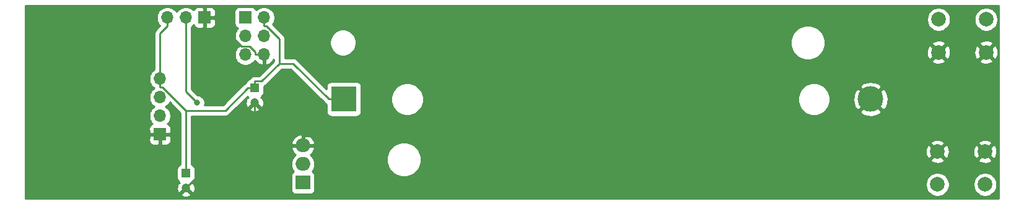
<source format=gbr>
%TF.GenerationSoftware,KiCad,Pcbnew,(5.1.9)-1*%
%TF.CreationDate,2021-03-29T21:17:45+02:00*%
%TF.ProjectId,ESP_Windowsensor,4553505f-5769-46e6-946f-7773656e736f,rev?*%
%TF.SameCoordinates,Original*%
%TF.FileFunction,Copper,L2,Bot*%
%TF.FilePolarity,Positive*%
%FSLAX46Y46*%
G04 Gerber Fmt 4.6, Leading zero omitted, Abs format (unit mm)*
G04 Created by KiCad (PCBNEW (5.1.9)-1) date 2021-03-29 21:17:45*
%MOMM*%
%LPD*%
G01*
G04 APERTURE LIST*
%TA.AperFunction,ComponentPad*%
%ADD10C,2.000000*%
%TD*%
%TA.AperFunction,ComponentPad*%
%ADD11O,1.700000X1.700000*%
%TD*%
%TA.AperFunction,ComponentPad*%
%ADD12R,1.700000X1.700000*%
%TD*%
%TA.AperFunction,ComponentPad*%
%ADD13C,1.200000*%
%TD*%
%TA.AperFunction,ComponentPad*%
%ADD14R,1.200000X1.200000*%
%TD*%
%TA.AperFunction,ComponentPad*%
%ADD15O,2.000000X1.905000*%
%TD*%
%TA.AperFunction,ComponentPad*%
%ADD16R,2.000000X1.905000*%
%TD*%
%TA.AperFunction,ComponentPad*%
%ADD17R,3.500000X3.500000*%
%TD*%
%TA.AperFunction,ComponentPad*%
%ADD18C,3.500000*%
%TD*%
%TA.AperFunction,ViaPad*%
%ADD19C,0.800000*%
%TD*%
%TA.AperFunction,Conductor*%
%ADD20C,0.250000*%
%TD*%
%TA.AperFunction,Conductor*%
%ADD21C,0.254000*%
%TD*%
%TA.AperFunction,Conductor*%
%ADD22C,0.100000*%
%TD*%
G04 APERTURE END LIST*
D10*
%TO.P,SW3,1*%
%TO.N,ESP_BOOT*%
X174856000Y-87122000D03*
%TO.P,SW3,2*%
%TO.N,GND*%
X174856000Y-82622000D03*
%TO.P,SW3,1*%
%TO.N,ESP_BOOT*%
X181356000Y-87122000D03*
%TO.P,SW3,2*%
%TO.N,GND*%
X181356000Y-82622000D03*
%TD*%
%TO.P,SW2,1*%
%TO.N,ESP_RST*%
X181506000Y-64516000D03*
%TO.P,SW2,2*%
%TO.N,GND*%
X181506000Y-69016000D03*
%TO.P,SW2,1*%
%TO.N,ESP_RST*%
X175006000Y-64516000D03*
%TO.P,SW2,2*%
%TO.N,GND*%
X175006000Y-69016000D03*
%TD*%
D11*
%TO.P,J2,4*%
%TO.N,+BATT*%
X68580000Y-72644000D03*
%TO.P,J2,3*%
%TO.N,RX*%
X68580000Y-75184000D03*
%TO.P,J2,2*%
%TO.N,TX*%
X68580000Y-77724000D03*
D12*
%TO.P,J2,1*%
%TO.N,GND*%
X68580000Y-80264000D03*
%TD*%
D13*
%TO.P,C2,2*%
%TO.N,GND*%
X81534000Y-75914000D03*
D14*
%TO.P,C2,1*%
%TO.N,+BATT*%
X81534000Y-73914000D03*
%TD*%
D13*
%TO.P,C1,2*%
%TO.N,GND*%
X72136000Y-87598000D03*
D14*
%TO.P,C1,1*%
%TO.N,+BATT*%
X72136000Y-85598000D03*
%TD*%
D11*
%TO.P,J1,6*%
%TO.N,GND*%
X82804000Y-69342000D03*
%TO.P,J1,5*%
%TO.N,ISP_RST*%
X80264000Y-69342000D03*
%TO.P,J1,4*%
%TO.N,ISP_MOSI*%
X82804000Y-66802000D03*
%TO.P,J1,3*%
%TO.N,ISP_SCK*%
X80264000Y-66802000D03*
%TO.P,J1,2*%
%TO.N,+BATT*%
X82804000Y-64262000D03*
D12*
%TO.P,J1,1*%
%TO.N,ISP_MISO*%
X80264000Y-64262000D03*
%TD*%
D15*
%TO.P,Q2,3*%
%TO.N,GND*%
X88138000Y-81788000D03*
%TO.P,Q2,2*%
%TO.N,Net-(IC2-Pad9)*%
X88138000Y-84328000D03*
D16*
%TO.P,Q2,1*%
%TO.N,ESP_ON*%
X88138000Y-86868000D03*
%TD*%
D17*
%TO.P,BT2,1*%
%TO.N,+BATT*%
X93726000Y-75438000D03*
D18*
%TO.P,BT2,2*%
%TO.N,GND*%
X165726000Y-75438000D03*
%TD*%
D11*
%TO.P,SW1,3*%
%TO.N,+BATT*%
X69596000Y-64262000D03*
%TO.P,SW1,2*%
%TO.N,SENSOR*%
X72136000Y-64262000D03*
D12*
%TO.P,SW1,1*%
%TO.N,GND*%
X74676000Y-64262000D03*
%TD*%
D19*
%TO.N,SENSOR*%
X73693000Y-75911200D03*
%TD*%
D20*
%TO.N,GND*%
X165726000Y-75438000D02*
X160653800Y-80510200D01*
X160653800Y-80510200D02*
X88138000Y-80510200D01*
X88138000Y-81788000D02*
X88138000Y-80510200D01*
X81628700Y-69342000D02*
X81628700Y-68974600D01*
X81628700Y-68974600D02*
X80820800Y-68166700D01*
X80820800Y-68166700D02*
X79756000Y-68166700D01*
X79756000Y-68166700D02*
X75851300Y-64262000D01*
X82804000Y-69342000D02*
X81628700Y-69342000D01*
X74676000Y-64262000D02*
X75851300Y-64262000D01*
X81534000Y-75914000D02*
X81534000Y-78200000D01*
X81534000Y-78200000D02*
X72136000Y-87598000D01*
%TO.N,+BATT*%
X69596000Y-64262000D02*
X69596000Y-65437300D01*
X82804000Y-64262000D02*
X82804000Y-65437300D01*
X93726000Y-75438000D02*
X91650700Y-75438000D01*
X84904600Y-70543400D02*
X82459300Y-72988700D01*
X82459300Y-72988700D02*
X81534000Y-72988700D01*
X91650700Y-75438000D02*
X86756100Y-70543400D01*
X86756100Y-70543400D02*
X84904600Y-70543400D01*
X84904600Y-70543400D02*
X84904600Y-67170500D01*
X84904600Y-67170500D02*
X83171400Y-65437300D01*
X83171400Y-65437300D02*
X82804000Y-65437300D01*
X81534000Y-73914000D02*
X81534000Y-72988700D01*
X72136000Y-85598000D02*
X72136000Y-84672700D01*
X68580000Y-72644000D02*
X68580000Y-66453300D01*
X68580000Y-66453300D02*
X69596000Y-65437300D01*
X68580000Y-72644000D02*
X68580000Y-73819300D01*
X72136000Y-77008000D02*
X77514700Y-77008000D01*
X77514700Y-77008000D02*
X80608700Y-73914000D01*
X68580000Y-73819300D02*
X68947300Y-73819300D01*
X68947300Y-73819300D02*
X72136000Y-77008000D01*
X72136000Y-77008000D02*
X72136000Y-84672700D01*
X81534000Y-73914000D02*
X80608700Y-73914000D01*
%TO.N,SENSOR*%
X72136000Y-64262000D02*
X72136000Y-65437300D01*
X72136000Y-65437300D02*
X72136000Y-74354200D01*
X72136000Y-74354200D02*
X73693000Y-75911200D01*
%TD*%
D21*
%TO.N,GND*%
X183236001Y-89002000D02*
X50190000Y-89002000D01*
X50190000Y-88447764D01*
X71465841Y-88447764D01*
X71513148Y-88671348D01*
X71734516Y-88772237D01*
X71971313Y-88828000D01*
X72214438Y-88836495D01*
X72454549Y-88797395D01*
X72682418Y-88712202D01*
X72758852Y-88671348D01*
X72806159Y-88447764D01*
X72136000Y-87777605D01*
X71465841Y-88447764D01*
X50190000Y-88447764D01*
X50190000Y-81114000D01*
X67091928Y-81114000D01*
X67104188Y-81238482D01*
X67140498Y-81358180D01*
X67199463Y-81468494D01*
X67278815Y-81565185D01*
X67375506Y-81644537D01*
X67485820Y-81703502D01*
X67605518Y-81739812D01*
X67730000Y-81752072D01*
X68294250Y-81749000D01*
X68453000Y-81590250D01*
X68453000Y-80391000D01*
X68707000Y-80391000D01*
X68707000Y-81590250D01*
X68865750Y-81749000D01*
X69430000Y-81752072D01*
X69554482Y-81739812D01*
X69674180Y-81703502D01*
X69784494Y-81644537D01*
X69881185Y-81565185D01*
X69960537Y-81468494D01*
X70019502Y-81358180D01*
X70055812Y-81238482D01*
X70068072Y-81114000D01*
X70065000Y-80549750D01*
X69906250Y-80391000D01*
X68707000Y-80391000D01*
X68453000Y-80391000D01*
X67253750Y-80391000D01*
X67095000Y-80549750D01*
X67091928Y-81114000D01*
X50190000Y-81114000D01*
X50190000Y-79414000D01*
X67091928Y-79414000D01*
X67095000Y-79978250D01*
X67253750Y-80137000D01*
X68453000Y-80137000D01*
X68453000Y-80117000D01*
X68707000Y-80117000D01*
X68707000Y-80137000D01*
X69906250Y-80137000D01*
X70065000Y-79978250D01*
X70068072Y-79414000D01*
X70055812Y-79289518D01*
X70019502Y-79169820D01*
X69960537Y-79059506D01*
X69881185Y-78962815D01*
X69784494Y-78883463D01*
X69674180Y-78824498D01*
X69601620Y-78802487D01*
X69733475Y-78670632D01*
X69895990Y-78427411D01*
X70007932Y-78157158D01*
X70065000Y-77870260D01*
X70065000Y-77577740D01*
X70007932Y-77290842D01*
X69895990Y-77020589D01*
X69733475Y-76777368D01*
X69526632Y-76570525D01*
X69352240Y-76454000D01*
X69526632Y-76337475D01*
X69733475Y-76130632D01*
X69895990Y-75887411D01*
X69909059Y-75855860D01*
X71376000Y-77322802D01*
X71376001Y-84382962D01*
X71291820Y-84408498D01*
X71181506Y-84467463D01*
X71084815Y-84546815D01*
X71005463Y-84643506D01*
X70946498Y-84753820D01*
X70910188Y-84873518D01*
X70897928Y-84998000D01*
X70897928Y-86198000D01*
X70910188Y-86322482D01*
X70946498Y-86442180D01*
X71005463Y-86552494D01*
X71084815Y-86649185D01*
X71181506Y-86728537D01*
X71227006Y-86752858D01*
X71169128Y-86810736D01*
X71286234Y-86927842D01*
X71062652Y-86975148D01*
X70961763Y-87196516D01*
X70906000Y-87433313D01*
X70897505Y-87676438D01*
X70936605Y-87916549D01*
X71021798Y-88144418D01*
X71062652Y-88220852D01*
X71286236Y-88268159D01*
X71956395Y-87598000D01*
X71942253Y-87583858D01*
X72121858Y-87404253D01*
X72136000Y-87418395D01*
X72150143Y-87404253D01*
X72329748Y-87583858D01*
X72315605Y-87598000D01*
X72985764Y-88268159D01*
X73209348Y-88220852D01*
X73310237Y-87999484D01*
X73366000Y-87762687D01*
X73374495Y-87519562D01*
X73335395Y-87279451D01*
X73250202Y-87051582D01*
X73209348Y-86975148D01*
X72985766Y-86927842D01*
X73102872Y-86810736D01*
X73044994Y-86752858D01*
X73090494Y-86728537D01*
X73187185Y-86649185D01*
X73266537Y-86552494D01*
X73325502Y-86442180D01*
X73361812Y-86322482D01*
X73374072Y-86198000D01*
X73374072Y-84998000D01*
X73361812Y-84873518D01*
X73325502Y-84753820D01*
X73266537Y-84643506D01*
X73187185Y-84546815D01*
X73090494Y-84467463D01*
X72980180Y-84408498D01*
X72896000Y-84382962D01*
X72896000Y-84328000D01*
X86495319Y-84328000D01*
X86525970Y-84639204D01*
X86616745Y-84938449D01*
X86764155Y-85214235D01*
X86867446Y-85340095D01*
X86783506Y-85384963D01*
X86686815Y-85464315D01*
X86607463Y-85561006D01*
X86548498Y-85671320D01*
X86512188Y-85791018D01*
X86499928Y-85915500D01*
X86499928Y-87820500D01*
X86512188Y-87944982D01*
X86548498Y-88064680D01*
X86607463Y-88174994D01*
X86686815Y-88271685D01*
X86783506Y-88351037D01*
X86893820Y-88410002D01*
X87013518Y-88446312D01*
X87138000Y-88458572D01*
X89138000Y-88458572D01*
X89262482Y-88446312D01*
X89382180Y-88410002D01*
X89492494Y-88351037D01*
X89589185Y-88271685D01*
X89668537Y-88174994D01*
X89727502Y-88064680D01*
X89763812Y-87944982D01*
X89776072Y-87820500D01*
X89776072Y-86960967D01*
X173221000Y-86960967D01*
X173221000Y-87283033D01*
X173283832Y-87598912D01*
X173407082Y-87896463D01*
X173586013Y-88164252D01*
X173813748Y-88391987D01*
X174081537Y-88570918D01*
X174379088Y-88694168D01*
X174694967Y-88757000D01*
X175017033Y-88757000D01*
X175332912Y-88694168D01*
X175630463Y-88570918D01*
X175898252Y-88391987D01*
X176125987Y-88164252D01*
X176304918Y-87896463D01*
X176428168Y-87598912D01*
X176491000Y-87283033D01*
X176491000Y-86960967D01*
X179721000Y-86960967D01*
X179721000Y-87283033D01*
X179783832Y-87598912D01*
X179907082Y-87896463D01*
X180086013Y-88164252D01*
X180313748Y-88391987D01*
X180581537Y-88570918D01*
X180879088Y-88694168D01*
X181194967Y-88757000D01*
X181517033Y-88757000D01*
X181832912Y-88694168D01*
X182130463Y-88570918D01*
X182398252Y-88391987D01*
X182625987Y-88164252D01*
X182804918Y-87896463D01*
X182928168Y-87598912D01*
X182991000Y-87283033D01*
X182991000Y-86960967D01*
X182928168Y-86645088D01*
X182804918Y-86347537D01*
X182625987Y-86079748D01*
X182398252Y-85852013D01*
X182130463Y-85673082D01*
X181832912Y-85549832D01*
X181517033Y-85487000D01*
X181194967Y-85487000D01*
X180879088Y-85549832D01*
X180581537Y-85673082D01*
X180313748Y-85852013D01*
X180086013Y-86079748D01*
X179907082Y-86347537D01*
X179783832Y-86645088D01*
X179721000Y-86960967D01*
X176491000Y-86960967D01*
X176428168Y-86645088D01*
X176304918Y-86347537D01*
X176125987Y-86079748D01*
X175898252Y-85852013D01*
X175630463Y-85673082D01*
X175332912Y-85549832D01*
X175017033Y-85487000D01*
X174694967Y-85487000D01*
X174379088Y-85549832D01*
X174081537Y-85673082D01*
X173813748Y-85852013D01*
X173586013Y-86079748D01*
X173407082Y-86347537D01*
X173283832Y-86645088D01*
X173221000Y-86960967D01*
X89776072Y-86960967D01*
X89776072Y-85915500D01*
X89763812Y-85791018D01*
X89727502Y-85671320D01*
X89668537Y-85561006D01*
X89589185Y-85464315D01*
X89492494Y-85384963D01*
X89408554Y-85340095D01*
X89511845Y-85214235D01*
X89659255Y-84938449D01*
X89750030Y-84639204D01*
X89780681Y-84328000D01*
X89750030Y-84016796D01*
X89659255Y-83717551D01*
X89521357Y-83459560D01*
X99580000Y-83459560D01*
X99580000Y-83924440D01*
X99670694Y-84380387D01*
X99848595Y-84809879D01*
X100106868Y-85196412D01*
X100435588Y-85525132D01*
X100822121Y-85783405D01*
X101251613Y-85961306D01*
X101707560Y-86052000D01*
X102172440Y-86052000D01*
X102628387Y-85961306D01*
X103057879Y-85783405D01*
X103444412Y-85525132D01*
X103773132Y-85196412D01*
X104031405Y-84809879D01*
X104209306Y-84380387D01*
X104300000Y-83924440D01*
X104300000Y-83757413D01*
X173900192Y-83757413D01*
X173995956Y-84021814D01*
X174285571Y-84162704D01*
X174597108Y-84244384D01*
X174918595Y-84263718D01*
X175237675Y-84219961D01*
X175542088Y-84114795D01*
X175716044Y-84021814D01*
X175811808Y-83757413D01*
X180400192Y-83757413D01*
X180495956Y-84021814D01*
X180785571Y-84162704D01*
X181097108Y-84244384D01*
X181418595Y-84263718D01*
X181737675Y-84219961D01*
X182042088Y-84114795D01*
X182216044Y-84021814D01*
X182311808Y-83757413D01*
X181356000Y-82801605D01*
X180400192Y-83757413D01*
X175811808Y-83757413D01*
X174856000Y-82801605D01*
X173900192Y-83757413D01*
X104300000Y-83757413D01*
X104300000Y-83459560D01*
X104209306Y-83003613D01*
X104077165Y-82684595D01*
X173214282Y-82684595D01*
X173258039Y-83003675D01*
X173363205Y-83308088D01*
X173456186Y-83482044D01*
X173720587Y-83577808D01*
X174676395Y-82622000D01*
X175035605Y-82622000D01*
X175991413Y-83577808D01*
X176255814Y-83482044D01*
X176396704Y-83192429D01*
X176478384Y-82880892D01*
X176490189Y-82684595D01*
X179714282Y-82684595D01*
X179758039Y-83003675D01*
X179863205Y-83308088D01*
X179956186Y-83482044D01*
X180220587Y-83577808D01*
X181176395Y-82622000D01*
X181535605Y-82622000D01*
X182491413Y-83577808D01*
X182755814Y-83482044D01*
X182896704Y-83192429D01*
X182978384Y-82880892D01*
X182997718Y-82559405D01*
X182953961Y-82240325D01*
X182848795Y-81935912D01*
X182755814Y-81761956D01*
X182491413Y-81666192D01*
X181535605Y-82622000D01*
X181176395Y-82622000D01*
X180220587Y-81666192D01*
X179956186Y-81761956D01*
X179815296Y-82051571D01*
X179733616Y-82363108D01*
X179714282Y-82684595D01*
X176490189Y-82684595D01*
X176497718Y-82559405D01*
X176453961Y-82240325D01*
X176348795Y-81935912D01*
X176255814Y-81761956D01*
X175991413Y-81666192D01*
X175035605Y-82622000D01*
X174676395Y-82622000D01*
X173720587Y-81666192D01*
X173456186Y-81761956D01*
X173315296Y-82051571D01*
X173233616Y-82363108D01*
X173214282Y-82684595D01*
X104077165Y-82684595D01*
X104031405Y-82574121D01*
X103773132Y-82187588D01*
X103444412Y-81858868D01*
X103057879Y-81600595D01*
X102782639Y-81486587D01*
X173900192Y-81486587D01*
X174856000Y-82442395D01*
X175811808Y-81486587D01*
X180400192Y-81486587D01*
X181356000Y-82442395D01*
X182311808Y-81486587D01*
X182216044Y-81222186D01*
X181926429Y-81081296D01*
X181614892Y-80999616D01*
X181293405Y-80980282D01*
X180974325Y-81024039D01*
X180669912Y-81129205D01*
X180495956Y-81222186D01*
X180400192Y-81486587D01*
X175811808Y-81486587D01*
X175716044Y-81222186D01*
X175426429Y-81081296D01*
X175114892Y-80999616D01*
X174793405Y-80980282D01*
X174474325Y-81024039D01*
X174169912Y-81129205D01*
X173995956Y-81222186D01*
X173900192Y-81486587D01*
X102782639Y-81486587D01*
X102628387Y-81422694D01*
X102172440Y-81332000D01*
X101707560Y-81332000D01*
X101251613Y-81422694D01*
X100822121Y-81600595D01*
X100435588Y-81858868D01*
X100106868Y-82187588D01*
X99848595Y-82574121D01*
X99670694Y-83003613D01*
X99580000Y-83459560D01*
X89521357Y-83459560D01*
X89511845Y-83441765D01*
X89313463Y-83200037D01*
X89134101Y-83052837D01*
X89319315Y-82897437D01*
X89513969Y-82654923D01*
X89657571Y-82379094D01*
X89728563Y-82160980D01*
X89608594Y-81915000D01*
X88265000Y-81915000D01*
X88265000Y-81935000D01*
X88011000Y-81935000D01*
X88011000Y-81915000D01*
X86667406Y-81915000D01*
X86547437Y-82160980D01*
X86618429Y-82379094D01*
X86762031Y-82654923D01*
X86956685Y-82897437D01*
X87141899Y-83052837D01*
X86962537Y-83200037D01*
X86764155Y-83441765D01*
X86616745Y-83717551D01*
X86525970Y-84016796D01*
X86495319Y-84328000D01*
X72896000Y-84328000D01*
X72896000Y-81415020D01*
X86547437Y-81415020D01*
X86667406Y-81661000D01*
X88011000Y-81661000D01*
X88011000Y-80362430D01*
X88265000Y-80362430D01*
X88265000Y-81661000D01*
X89608594Y-81661000D01*
X89728563Y-81415020D01*
X89657571Y-81196906D01*
X89513969Y-80921077D01*
X89319315Y-80678563D01*
X89081089Y-80478684D01*
X88808446Y-80329121D01*
X88511863Y-80235622D01*
X88265000Y-80362430D01*
X88011000Y-80362430D01*
X87764137Y-80235622D01*
X87467554Y-80329121D01*
X87194911Y-80478684D01*
X86956685Y-80678563D01*
X86762031Y-80921077D01*
X86618429Y-81196906D01*
X86547437Y-81415020D01*
X72896000Y-81415020D01*
X72896000Y-77768000D01*
X77477378Y-77768000D01*
X77514700Y-77771676D01*
X77552022Y-77768000D01*
X77552033Y-77768000D01*
X77663686Y-77757003D01*
X77806947Y-77713546D01*
X77938976Y-77642974D01*
X78054701Y-77548001D01*
X78078504Y-77518997D01*
X78833737Y-76763764D01*
X80863841Y-76763764D01*
X80911148Y-76987348D01*
X81132516Y-77088237D01*
X81369313Y-77144000D01*
X81612438Y-77152495D01*
X81852549Y-77113395D01*
X82080418Y-77028202D01*
X82156852Y-76987348D01*
X82204159Y-76763764D01*
X81534000Y-76093605D01*
X80863841Y-76763764D01*
X78833737Y-76763764D01*
X80564928Y-75032573D01*
X80579506Y-75044537D01*
X80625006Y-75068858D01*
X80567128Y-75126736D01*
X80684234Y-75243842D01*
X80460652Y-75291148D01*
X80359763Y-75512516D01*
X80304000Y-75749313D01*
X80295505Y-75992438D01*
X80334605Y-76232549D01*
X80419798Y-76460418D01*
X80460652Y-76536852D01*
X80684236Y-76584159D01*
X81354395Y-75914000D01*
X81340253Y-75899858D01*
X81519858Y-75720253D01*
X81534000Y-75734395D01*
X81548143Y-75720253D01*
X81727748Y-75899858D01*
X81713605Y-75914000D01*
X82383764Y-76584159D01*
X82607348Y-76536852D01*
X82708237Y-76315484D01*
X82764000Y-76078687D01*
X82772495Y-75835562D01*
X82733395Y-75595451D01*
X82648202Y-75367582D01*
X82607348Y-75291148D01*
X82383766Y-75243842D01*
X82500872Y-75126736D01*
X82442994Y-75068858D01*
X82488494Y-75044537D01*
X82585185Y-74965185D01*
X82664537Y-74868494D01*
X82723502Y-74758180D01*
X82759812Y-74638482D01*
X82772072Y-74514000D01*
X82772072Y-73683275D01*
X82883576Y-73623674D01*
X82999301Y-73528701D01*
X83023104Y-73499697D01*
X85219403Y-71303400D01*
X86441299Y-71303400D01*
X91086901Y-75949003D01*
X91110699Y-75978001D01*
X91226424Y-76072974D01*
X91337928Y-76132575D01*
X91337928Y-77188000D01*
X91350188Y-77312482D01*
X91386498Y-77432180D01*
X91445463Y-77542494D01*
X91524815Y-77639185D01*
X91621506Y-77718537D01*
X91731820Y-77777502D01*
X91851518Y-77813812D01*
X91976000Y-77826072D01*
X95476000Y-77826072D01*
X95600482Y-77813812D01*
X95720180Y-77777502D01*
X95830494Y-77718537D01*
X95927185Y-77639185D01*
X96006537Y-77542494D01*
X96065502Y-77432180D01*
X96101812Y-77312482D01*
X96114072Y-77188000D01*
X96114072Y-75217872D01*
X100136000Y-75217872D01*
X100136000Y-75658128D01*
X100221890Y-76089925D01*
X100390369Y-76496669D01*
X100634962Y-76862729D01*
X100946271Y-77174038D01*
X101312331Y-77418631D01*
X101719075Y-77587110D01*
X102150872Y-77673000D01*
X102591128Y-77673000D01*
X103022925Y-77587110D01*
X103429669Y-77418631D01*
X103795729Y-77174038D01*
X104107038Y-76862729D01*
X104351631Y-76496669D01*
X104520110Y-76089925D01*
X104606000Y-75658128D01*
X104606000Y-75217872D01*
X155746000Y-75217872D01*
X155746000Y-75658128D01*
X155831890Y-76089925D01*
X156000369Y-76496669D01*
X156244962Y-76862729D01*
X156556271Y-77174038D01*
X156922331Y-77418631D01*
X157329075Y-77587110D01*
X157760872Y-77673000D01*
X158201128Y-77673000D01*
X158632925Y-77587110D01*
X159039669Y-77418631D01*
X159405729Y-77174038D01*
X159472158Y-77107609D01*
X164235997Y-77107609D01*
X164422073Y-77448766D01*
X164839409Y-77664513D01*
X165290815Y-77794696D01*
X165758946Y-77834313D01*
X166225811Y-77781842D01*
X166673468Y-77639297D01*
X167029927Y-77448766D01*
X167216003Y-77107609D01*
X165726000Y-75617605D01*
X164235997Y-77107609D01*
X159472158Y-77107609D01*
X159717038Y-76862729D01*
X159961631Y-76496669D01*
X160130110Y-76089925D01*
X160216000Y-75658128D01*
X160216000Y-75470946D01*
X163329687Y-75470946D01*
X163382158Y-75937811D01*
X163524703Y-76385468D01*
X163715234Y-76741927D01*
X164056391Y-76928003D01*
X165546395Y-75438000D01*
X165905605Y-75438000D01*
X167395609Y-76928003D01*
X167736766Y-76741927D01*
X167952513Y-76324591D01*
X168082696Y-75873185D01*
X168122313Y-75405054D01*
X168069842Y-74938189D01*
X167927297Y-74490532D01*
X167736766Y-74134073D01*
X167395609Y-73947997D01*
X165905605Y-75438000D01*
X165546395Y-75438000D01*
X164056391Y-73947997D01*
X163715234Y-74134073D01*
X163499487Y-74551409D01*
X163369304Y-75002815D01*
X163329687Y-75470946D01*
X160216000Y-75470946D01*
X160216000Y-75217872D01*
X160130110Y-74786075D01*
X159961631Y-74379331D01*
X159717038Y-74013271D01*
X159472158Y-73768391D01*
X164235997Y-73768391D01*
X165726000Y-75258395D01*
X167216003Y-73768391D01*
X167029927Y-73427234D01*
X166612591Y-73211487D01*
X166161185Y-73081304D01*
X165693054Y-73041687D01*
X165226189Y-73094158D01*
X164778532Y-73236703D01*
X164422073Y-73427234D01*
X164235997Y-73768391D01*
X159472158Y-73768391D01*
X159405729Y-73701962D01*
X159039669Y-73457369D01*
X158632925Y-73288890D01*
X158201128Y-73203000D01*
X157760872Y-73203000D01*
X157329075Y-73288890D01*
X156922331Y-73457369D01*
X156556271Y-73701962D01*
X156244962Y-74013271D01*
X156000369Y-74379331D01*
X155831890Y-74786075D01*
X155746000Y-75217872D01*
X104606000Y-75217872D01*
X104520110Y-74786075D01*
X104351631Y-74379331D01*
X104107038Y-74013271D01*
X103795729Y-73701962D01*
X103429669Y-73457369D01*
X103022925Y-73288890D01*
X102591128Y-73203000D01*
X102150872Y-73203000D01*
X101719075Y-73288890D01*
X101312331Y-73457369D01*
X100946271Y-73701962D01*
X100634962Y-74013271D01*
X100390369Y-74379331D01*
X100221890Y-74786075D01*
X100136000Y-75217872D01*
X96114072Y-75217872D01*
X96114072Y-73688000D01*
X96101812Y-73563518D01*
X96065502Y-73443820D01*
X96006537Y-73333506D01*
X95927185Y-73236815D01*
X95830494Y-73157463D01*
X95720180Y-73098498D01*
X95600482Y-73062188D01*
X95476000Y-73049928D01*
X91976000Y-73049928D01*
X91851518Y-73062188D01*
X91731820Y-73098498D01*
X91621506Y-73157463D01*
X91524815Y-73236815D01*
X91445463Y-73333506D01*
X91386498Y-73443820D01*
X91350188Y-73563518D01*
X91337928Y-73688000D01*
X91337928Y-74050426D01*
X87438915Y-70151413D01*
X174050192Y-70151413D01*
X174145956Y-70415814D01*
X174435571Y-70556704D01*
X174747108Y-70638384D01*
X175068595Y-70657718D01*
X175387675Y-70613961D01*
X175692088Y-70508795D01*
X175866044Y-70415814D01*
X175961808Y-70151413D01*
X180550192Y-70151413D01*
X180645956Y-70415814D01*
X180935571Y-70556704D01*
X181247108Y-70638384D01*
X181568595Y-70657718D01*
X181887675Y-70613961D01*
X182192088Y-70508795D01*
X182366044Y-70415814D01*
X182461808Y-70151413D01*
X181506000Y-69195605D01*
X180550192Y-70151413D01*
X175961808Y-70151413D01*
X175006000Y-69195605D01*
X174050192Y-70151413D01*
X87438915Y-70151413D01*
X87319904Y-70032403D01*
X87296101Y-70003399D01*
X87180376Y-69908426D01*
X87048347Y-69837854D01*
X86905086Y-69794397D01*
X86793433Y-69783400D01*
X86793422Y-69783400D01*
X86756100Y-69779724D01*
X86718778Y-69783400D01*
X85664600Y-69783400D01*
X85664600Y-67511761D01*
X91780000Y-67511761D01*
X91780000Y-67872239D01*
X91850325Y-68225791D01*
X91988275Y-68558830D01*
X92188546Y-68858557D01*
X92443443Y-69113454D01*
X92743170Y-69313725D01*
X93076209Y-69451675D01*
X93429761Y-69522000D01*
X93790239Y-69522000D01*
X94143791Y-69451675D01*
X94476830Y-69313725D01*
X94776557Y-69113454D01*
X95031454Y-68858557D01*
X95231725Y-68558830D01*
X95369675Y-68225791D01*
X95440000Y-67872239D01*
X95440000Y-67511761D01*
X95429617Y-67459560D01*
X154780000Y-67459560D01*
X154780000Y-67924440D01*
X154870694Y-68380387D01*
X155048595Y-68809879D01*
X155306868Y-69196412D01*
X155635588Y-69525132D01*
X156022121Y-69783405D01*
X156451613Y-69961306D01*
X156907560Y-70052000D01*
X157372440Y-70052000D01*
X157828387Y-69961306D01*
X158257879Y-69783405D01*
X158644412Y-69525132D01*
X158973132Y-69196412D01*
X159051854Y-69078595D01*
X173364282Y-69078595D01*
X173408039Y-69397675D01*
X173513205Y-69702088D01*
X173606186Y-69876044D01*
X173870587Y-69971808D01*
X174826395Y-69016000D01*
X175185605Y-69016000D01*
X176141413Y-69971808D01*
X176405814Y-69876044D01*
X176546704Y-69586429D01*
X176628384Y-69274892D01*
X176640189Y-69078595D01*
X179864282Y-69078595D01*
X179908039Y-69397675D01*
X180013205Y-69702088D01*
X180106186Y-69876044D01*
X180370587Y-69971808D01*
X181326395Y-69016000D01*
X181685605Y-69016000D01*
X182641413Y-69971808D01*
X182905814Y-69876044D01*
X183046704Y-69586429D01*
X183128384Y-69274892D01*
X183147718Y-68953405D01*
X183103961Y-68634325D01*
X182998795Y-68329912D01*
X182905814Y-68155956D01*
X182641413Y-68060192D01*
X181685605Y-69016000D01*
X181326395Y-69016000D01*
X180370587Y-68060192D01*
X180106186Y-68155956D01*
X179965296Y-68445571D01*
X179883616Y-68757108D01*
X179864282Y-69078595D01*
X176640189Y-69078595D01*
X176647718Y-68953405D01*
X176603961Y-68634325D01*
X176498795Y-68329912D01*
X176405814Y-68155956D01*
X176141413Y-68060192D01*
X175185605Y-69016000D01*
X174826395Y-69016000D01*
X173870587Y-68060192D01*
X173606186Y-68155956D01*
X173465296Y-68445571D01*
X173383616Y-68757108D01*
X173364282Y-69078595D01*
X159051854Y-69078595D01*
X159231405Y-68809879D01*
X159409306Y-68380387D01*
X159500000Y-67924440D01*
X159500000Y-67880587D01*
X174050192Y-67880587D01*
X175006000Y-68836395D01*
X175961808Y-67880587D01*
X180550192Y-67880587D01*
X181506000Y-68836395D01*
X182461808Y-67880587D01*
X182366044Y-67616186D01*
X182076429Y-67475296D01*
X181764892Y-67393616D01*
X181443405Y-67374282D01*
X181124325Y-67418039D01*
X180819912Y-67523205D01*
X180645956Y-67616186D01*
X180550192Y-67880587D01*
X175961808Y-67880587D01*
X175866044Y-67616186D01*
X175576429Y-67475296D01*
X175264892Y-67393616D01*
X174943405Y-67374282D01*
X174624325Y-67418039D01*
X174319912Y-67523205D01*
X174145956Y-67616186D01*
X174050192Y-67880587D01*
X159500000Y-67880587D01*
X159500000Y-67459560D01*
X159409306Y-67003613D01*
X159231405Y-66574121D01*
X158973132Y-66187588D01*
X158644412Y-65858868D01*
X158257879Y-65600595D01*
X157828387Y-65422694D01*
X157372440Y-65332000D01*
X156907560Y-65332000D01*
X156451613Y-65422694D01*
X156022121Y-65600595D01*
X155635588Y-65858868D01*
X155306868Y-66187588D01*
X155048595Y-66574121D01*
X154870694Y-67003613D01*
X154780000Y-67459560D01*
X95429617Y-67459560D01*
X95369675Y-67158209D01*
X95231725Y-66825170D01*
X95031454Y-66525443D01*
X94776557Y-66270546D01*
X94476830Y-66070275D01*
X94143791Y-65932325D01*
X93790239Y-65862000D01*
X93429761Y-65862000D01*
X93076209Y-65932325D01*
X92743170Y-66070275D01*
X92443443Y-66270546D01*
X92188546Y-66525443D01*
X91988275Y-66825170D01*
X91850325Y-67158209D01*
X91780000Y-67511761D01*
X85664600Y-67511761D01*
X85664600Y-67207823D01*
X85668276Y-67170500D01*
X85664600Y-67133177D01*
X85664600Y-67133167D01*
X85653603Y-67021514D01*
X85610146Y-66878253D01*
X85581772Y-66825170D01*
X85539574Y-66746223D01*
X85468399Y-66659497D01*
X85444601Y-66630499D01*
X85415603Y-66606701D01*
X83981531Y-65172630D01*
X84119990Y-64965411D01*
X84231932Y-64695158D01*
X84289000Y-64408260D01*
X84289000Y-64354967D01*
X173371000Y-64354967D01*
X173371000Y-64677033D01*
X173433832Y-64992912D01*
X173557082Y-65290463D01*
X173736013Y-65558252D01*
X173963748Y-65785987D01*
X174231537Y-65964918D01*
X174529088Y-66088168D01*
X174844967Y-66151000D01*
X175167033Y-66151000D01*
X175482912Y-66088168D01*
X175780463Y-65964918D01*
X176048252Y-65785987D01*
X176275987Y-65558252D01*
X176454918Y-65290463D01*
X176578168Y-64992912D01*
X176641000Y-64677033D01*
X176641000Y-64354967D01*
X179871000Y-64354967D01*
X179871000Y-64677033D01*
X179933832Y-64992912D01*
X180057082Y-65290463D01*
X180236013Y-65558252D01*
X180463748Y-65785987D01*
X180731537Y-65964918D01*
X181029088Y-66088168D01*
X181344967Y-66151000D01*
X181667033Y-66151000D01*
X181982912Y-66088168D01*
X182280463Y-65964918D01*
X182548252Y-65785987D01*
X182775987Y-65558252D01*
X182954918Y-65290463D01*
X183078168Y-64992912D01*
X183141000Y-64677033D01*
X183141000Y-64354967D01*
X183078168Y-64039088D01*
X182954918Y-63741537D01*
X182775987Y-63473748D01*
X182548252Y-63246013D01*
X182280463Y-63067082D01*
X181982912Y-62943832D01*
X181667033Y-62881000D01*
X181344967Y-62881000D01*
X181029088Y-62943832D01*
X180731537Y-63067082D01*
X180463748Y-63246013D01*
X180236013Y-63473748D01*
X180057082Y-63741537D01*
X179933832Y-64039088D01*
X179871000Y-64354967D01*
X176641000Y-64354967D01*
X176578168Y-64039088D01*
X176454918Y-63741537D01*
X176275987Y-63473748D01*
X176048252Y-63246013D01*
X175780463Y-63067082D01*
X175482912Y-62943832D01*
X175167033Y-62881000D01*
X174844967Y-62881000D01*
X174529088Y-62943832D01*
X174231537Y-63067082D01*
X173963748Y-63246013D01*
X173736013Y-63473748D01*
X173557082Y-63741537D01*
X173433832Y-64039088D01*
X173371000Y-64354967D01*
X84289000Y-64354967D01*
X84289000Y-64115740D01*
X84231932Y-63828842D01*
X84119990Y-63558589D01*
X83957475Y-63315368D01*
X83750632Y-63108525D01*
X83507411Y-62946010D01*
X83237158Y-62834068D01*
X82950260Y-62777000D01*
X82657740Y-62777000D01*
X82370842Y-62834068D01*
X82100589Y-62946010D01*
X81857368Y-63108525D01*
X81725513Y-63240380D01*
X81703502Y-63167820D01*
X81644537Y-63057506D01*
X81565185Y-62960815D01*
X81468494Y-62881463D01*
X81358180Y-62822498D01*
X81238482Y-62786188D01*
X81114000Y-62773928D01*
X79414000Y-62773928D01*
X79289518Y-62786188D01*
X79169820Y-62822498D01*
X79059506Y-62881463D01*
X78962815Y-62960815D01*
X78883463Y-63057506D01*
X78824498Y-63167820D01*
X78788188Y-63287518D01*
X78775928Y-63412000D01*
X78775928Y-65112000D01*
X78788188Y-65236482D01*
X78824498Y-65356180D01*
X78883463Y-65466494D01*
X78962815Y-65563185D01*
X79059506Y-65642537D01*
X79169820Y-65701502D01*
X79242380Y-65723513D01*
X79110525Y-65855368D01*
X78948010Y-66098589D01*
X78836068Y-66368842D01*
X78779000Y-66655740D01*
X78779000Y-66948260D01*
X78836068Y-67235158D01*
X78948010Y-67505411D01*
X79110525Y-67748632D01*
X79317368Y-67955475D01*
X79491760Y-68072000D01*
X79317368Y-68188525D01*
X79110525Y-68395368D01*
X78948010Y-68638589D01*
X78836068Y-68908842D01*
X78779000Y-69195740D01*
X78779000Y-69488260D01*
X78836068Y-69775158D01*
X78948010Y-70045411D01*
X79110525Y-70288632D01*
X79317368Y-70495475D01*
X79560589Y-70657990D01*
X79830842Y-70769932D01*
X80117740Y-70827000D01*
X80410260Y-70827000D01*
X80697158Y-70769932D01*
X80967411Y-70657990D01*
X81210632Y-70495475D01*
X81417475Y-70288632D01*
X81535100Y-70112594D01*
X81706412Y-70342269D01*
X81922645Y-70537178D01*
X82172748Y-70686157D01*
X82447109Y-70783481D01*
X82677000Y-70662814D01*
X82677000Y-69469000D01*
X82657000Y-69469000D01*
X82657000Y-69215000D01*
X82677000Y-69215000D01*
X82677000Y-69195000D01*
X82931000Y-69195000D01*
X82931000Y-69215000D01*
X82951000Y-69215000D01*
X82951000Y-69469000D01*
X82931000Y-69469000D01*
X82931000Y-70662814D01*
X83160891Y-70783481D01*
X83435252Y-70686157D01*
X83685355Y-70537178D01*
X83901588Y-70342269D01*
X84075641Y-70108920D01*
X84144600Y-69964142D01*
X84144600Y-70228597D01*
X82144499Y-72228700D01*
X81571333Y-72228700D01*
X81534000Y-72225023D01*
X81496667Y-72228700D01*
X81385014Y-72239697D01*
X81241753Y-72283154D01*
X81109724Y-72353726D01*
X80993999Y-72448699D01*
X80899026Y-72564424D01*
X80834170Y-72685760D01*
X80809518Y-72688188D01*
X80689820Y-72724498D01*
X80579506Y-72783463D01*
X80482815Y-72862815D01*
X80403463Y-72959506D01*
X80344498Y-73069820D01*
X80308188Y-73189518D01*
X80305760Y-73214170D01*
X80184424Y-73279026D01*
X80068699Y-73373999D01*
X80044901Y-73402997D01*
X77199899Y-76248000D01*
X74673769Y-76248000D01*
X74688226Y-76213098D01*
X74728000Y-76013139D01*
X74728000Y-75809261D01*
X74688226Y-75609302D01*
X74610205Y-75420944D01*
X74496937Y-75251426D01*
X74352774Y-75107263D01*
X74183256Y-74993995D01*
X73994898Y-74915974D01*
X73794939Y-74876200D01*
X73732802Y-74876200D01*
X72896000Y-74039399D01*
X72896000Y-65540178D01*
X73082632Y-65415475D01*
X73214487Y-65283620D01*
X73236498Y-65356180D01*
X73295463Y-65466494D01*
X73374815Y-65563185D01*
X73471506Y-65642537D01*
X73581820Y-65701502D01*
X73701518Y-65737812D01*
X73826000Y-65750072D01*
X74390250Y-65747000D01*
X74549000Y-65588250D01*
X74549000Y-64389000D01*
X74803000Y-64389000D01*
X74803000Y-65588250D01*
X74961750Y-65747000D01*
X75526000Y-65750072D01*
X75650482Y-65737812D01*
X75770180Y-65701502D01*
X75880494Y-65642537D01*
X75977185Y-65563185D01*
X76056537Y-65466494D01*
X76115502Y-65356180D01*
X76151812Y-65236482D01*
X76164072Y-65112000D01*
X76161000Y-64547750D01*
X76002250Y-64389000D01*
X74803000Y-64389000D01*
X74549000Y-64389000D01*
X74529000Y-64389000D01*
X74529000Y-64135000D01*
X74549000Y-64135000D01*
X74549000Y-62935750D01*
X74803000Y-62935750D01*
X74803000Y-64135000D01*
X76002250Y-64135000D01*
X76161000Y-63976250D01*
X76164072Y-63412000D01*
X76151812Y-63287518D01*
X76115502Y-63167820D01*
X76056537Y-63057506D01*
X75977185Y-62960815D01*
X75880494Y-62881463D01*
X75770180Y-62822498D01*
X75650482Y-62786188D01*
X75526000Y-62773928D01*
X74961750Y-62777000D01*
X74803000Y-62935750D01*
X74549000Y-62935750D01*
X74390250Y-62777000D01*
X73826000Y-62773928D01*
X73701518Y-62786188D01*
X73581820Y-62822498D01*
X73471506Y-62881463D01*
X73374815Y-62960815D01*
X73295463Y-63057506D01*
X73236498Y-63167820D01*
X73214487Y-63240380D01*
X73082632Y-63108525D01*
X72839411Y-62946010D01*
X72569158Y-62834068D01*
X72282260Y-62777000D01*
X71989740Y-62777000D01*
X71702842Y-62834068D01*
X71432589Y-62946010D01*
X71189368Y-63108525D01*
X70982525Y-63315368D01*
X70866000Y-63489760D01*
X70749475Y-63315368D01*
X70542632Y-63108525D01*
X70299411Y-62946010D01*
X70029158Y-62834068D01*
X69742260Y-62777000D01*
X69449740Y-62777000D01*
X69162842Y-62834068D01*
X68892589Y-62946010D01*
X68649368Y-63108525D01*
X68442525Y-63315368D01*
X68280010Y-63558589D01*
X68168068Y-63828842D01*
X68111000Y-64115740D01*
X68111000Y-64408260D01*
X68168068Y-64695158D01*
X68280010Y-64965411D01*
X68442525Y-65208632D01*
X68596196Y-65362303D01*
X68068998Y-65889501D01*
X68040000Y-65913299D01*
X68016202Y-65942297D01*
X68016201Y-65942298D01*
X67945026Y-66029024D01*
X67874454Y-66161054D01*
X67862344Y-66200977D01*
X67830998Y-66304314D01*
X67820902Y-66406823D01*
X67816324Y-66453300D01*
X67820001Y-66490632D01*
X67820000Y-71365821D01*
X67633368Y-71490525D01*
X67426525Y-71697368D01*
X67264010Y-71940589D01*
X67152068Y-72210842D01*
X67095000Y-72497740D01*
X67095000Y-72790260D01*
X67152068Y-73077158D01*
X67264010Y-73347411D01*
X67426525Y-73590632D01*
X67633368Y-73797475D01*
X67807760Y-73914000D01*
X67633368Y-74030525D01*
X67426525Y-74237368D01*
X67264010Y-74480589D01*
X67152068Y-74750842D01*
X67095000Y-75037740D01*
X67095000Y-75330260D01*
X67152068Y-75617158D01*
X67264010Y-75887411D01*
X67426525Y-76130632D01*
X67633368Y-76337475D01*
X67807760Y-76454000D01*
X67633368Y-76570525D01*
X67426525Y-76777368D01*
X67264010Y-77020589D01*
X67152068Y-77290842D01*
X67095000Y-77577740D01*
X67095000Y-77870260D01*
X67152068Y-78157158D01*
X67264010Y-78427411D01*
X67426525Y-78670632D01*
X67558380Y-78802487D01*
X67485820Y-78824498D01*
X67375506Y-78883463D01*
X67278815Y-78962815D01*
X67199463Y-79059506D01*
X67140498Y-79169820D01*
X67104188Y-79289518D01*
X67091928Y-79414000D01*
X50190000Y-79414000D01*
X50190000Y-62636000D01*
X183236000Y-62636000D01*
X183236001Y-89002000D01*
%TA.AperFunction,Conductor*%
D22*
G36*
X183236001Y-89002000D02*
G01*
X50190000Y-89002000D01*
X50190000Y-88447764D01*
X71465841Y-88447764D01*
X71513148Y-88671348D01*
X71734516Y-88772237D01*
X71971313Y-88828000D01*
X72214438Y-88836495D01*
X72454549Y-88797395D01*
X72682418Y-88712202D01*
X72758852Y-88671348D01*
X72806159Y-88447764D01*
X72136000Y-87777605D01*
X71465841Y-88447764D01*
X50190000Y-88447764D01*
X50190000Y-81114000D01*
X67091928Y-81114000D01*
X67104188Y-81238482D01*
X67140498Y-81358180D01*
X67199463Y-81468494D01*
X67278815Y-81565185D01*
X67375506Y-81644537D01*
X67485820Y-81703502D01*
X67605518Y-81739812D01*
X67730000Y-81752072D01*
X68294250Y-81749000D01*
X68453000Y-81590250D01*
X68453000Y-80391000D01*
X68707000Y-80391000D01*
X68707000Y-81590250D01*
X68865750Y-81749000D01*
X69430000Y-81752072D01*
X69554482Y-81739812D01*
X69674180Y-81703502D01*
X69784494Y-81644537D01*
X69881185Y-81565185D01*
X69960537Y-81468494D01*
X70019502Y-81358180D01*
X70055812Y-81238482D01*
X70068072Y-81114000D01*
X70065000Y-80549750D01*
X69906250Y-80391000D01*
X68707000Y-80391000D01*
X68453000Y-80391000D01*
X67253750Y-80391000D01*
X67095000Y-80549750D01*
X67091928Y-81114000D01*
X50190000Y-81114000D01*
X50190000Y-79414000D01*
X67091928Y-79414000D01*
X67095000Y-79978250D01*
X67253750Y-80137000D01*
X68453000Y-80137000D01*
X68453000Y-80117000D01*
X68707000Y-80117000D01*
X68707000Y-80137000D01*
X69906250Y-80137000D01*
X70065000Y-79978250D01*
X70068072Y-79414000D01*
X70055812Y-79289518D01*
X70019502Y-79169820D01*
X69960537Y-79059506D01*
X69881185Y-78962815D01*
X69784494Y-78883463D01*
X69674180Y-78824498D01*
X69601620Y-78802487D01*
X69733475Y-78670632D01*
X69895990Y-78427411D01*
X70007932Y-78157158D01*
X70065000Y-77870260D01*
X70065000Y-77577740D01*
X70007932Y-77290842D01*
X69895990Y-77020589D01*
X69733475Y-76777368D01*
X69526632Y-76570525D01*
X69352240Y-76454000D01*
X69526632Y-76337475D01*
X69733475Y-76130632D01*
X69895990Y-75887411D01*
X69909059Y-75855860D01*
X71376000Y-77322802D01*
X71376001Y-84382962D01*
X71291820Y-84408498D01*
X71181506Y-84467463D01*
X71084815Y-84546815D01*
X71005463Y-84643506D01*
X70946498Y-84753820D01*
X70910188Y-84873518D01*
X70897928Y-84998000D01*
X70897928Y-86198000D01*
X70910188Y-86322482D01*
X70946498Y-86442180D01*
X71005463Y-86552494D01*
X71084815Y-86649185D01*
X71181506Y-86728537D01*
X71227006Y-86752858D01*
X71169128Y-86810736D01*
X71286234Y-86927842D01*
X71062652Y-86975148D01*
X70961763Y-87196516D01*
X70906000Y-87433313D01*
X70897505Y-87676438D01*
X70936605Y-87916549D01*
X71021798Y-88144418D01*
X71062652Y-88220852D01*
X71286236Y-88268159D01*
X71956395Y-87598000D01*
X71942253Y-87583858D01*
X72121858Y-87404253D01*
X72136000Y-87418395D01*
X72150143Y-87404253D01*
X72329748Y-87583858D01*
X72315605Y-87598000D01*
X72985764Y-88268159D01*
X73209348Y-88220852D01*
X73310237Y-87999484D01*
X73366000Y-87762687D01*
X73374495Y-87519562D01*
X73335395Y-87279451D01*
X73250202Y-87051582D01*
X73209348Y-86975148D01*
X72985766Y-86927842D01*
X73102872Y-86810736D01*
X73044994Y-86752858D01*
X73090494Y-86728537D01*
X73187185Y-86649185D01*
X73266537Y-86552494D01*
X73325502Y-86442180D01*
X73361812Y-86322482D01*
X73374072Y-86198000D01*
X73374072Y-84998000D01*
X73361812Y-84873518D01*
X73325502Y-84753820D01*
X73266537Y-84643506D01*
X73187185Y-84546815D01*
X73090494Y-84467463D01*
X72980180Y-84408498D01*
X72896000Y-84382962D01*
X72896000Y-84328000D01*
X86495319Y-84328000D01*
X86525970Y-84639204D01*
X86616745Y-84938449D01*
X86764155Y-85214235D01*
X86867446Y-85340095D01*
X86783506Y-85384963D01*
X86686815Y-85464315D01*
X86607463Y-85561006D01*
X86548498Y-85671320D01*
X86512188Y-85791018D01*
X86499928Y-85915500D01*
X86499928Y-87820500D01*
X86512188Y-87944982D01*
X86548498Y-88064680D01*
X86607463Y-88174994D01*
X86686815Y-88271685D01*
X86783506Y-88351037D01*
X86893820Y-88410002D01*
X87013518Y-88446312D01*
X87138000Y-88458572D01*
X89138000Y-88458572D01*
X89262482Y-88446312D01*
X89382180Y-88410002D01*
X89492494Y-88351037D01*
X89589185Y-88271685D01*
X89668537Y-88174994D01*
X89727502Y-88064680D01*
X89763812Y-87944982D01*
X89776072Y-87820500D01*
X89776072Y-86960967D01*
X173221000Y-86960967D01*
X173221000Y-87283033D01*
X173283832Y-87598912D01*
X173407082Y-87896463D01*
X173586013Y-88164252D01*
X173813748Y-88391987D01*
X174081537Y-88570918D01*
X174379088Y-88694168D01*
X174694967Y-88757000D01*
X175017033Y-88757000D01*
X175332912Y-88694168D01*
X175630463Y-88570918D01*
X175898252Y-88391987D01*
X176125987Y-88164252D01*
X176304918Y-87896463D01*
X176428168Y-87598912D01*
X176491000Y-87283033D01*
X176491000Y-86960967D01*
X179721000Y-86960967D01*
X179721000Y-87283033D01*
X179783832Y-87598912D01*
X179907082Y-87896463D01*
X180086013Y-88164252D01*
X180313748Y-88391987D01*
X180581537Y-88570918D01*
X180879088Y-88694168D01*
X181194967Y-88757000D01*
X181517033Y-88757000D01*
X181832912Y-88694168D01*
X182130463Y-88570918D01*
X182398252Y-88391987D01*
X182625987Y-88164252D01*
X182804918Y-87896463D01*
X182928168Y-87598912D01*
X182991000Y-87283033D01*
X182991000Y-86960967D01*
X182928168Y-86645088D01*
X182804918Y-86347537D01*
X182625987Y-86079748D01*
X182398252Y-85852013D01*
X182130463Y-85673082D01*
X181832912Y-85549832D01*
X181517033Y-85487000D01*
X181194967Y-85487000D01*
X180879088Y-85549832D01*
X180581537Y-85673082D01*
X180313748Y-85852013D01*
X180086013Y-86079748D01*
X179907082Y-86347537D01*
X179783832Y-86645088D01*
X179721000Y-86960967D01*
X176491000Y-86960967D01*
X176428168Y-86645088D01*
X176304918Y-86347537D01*
X176125987Y-86079748D01*
X175898252Y-85852013D01*
X175630463Y-85673082D01*
X175332912Y-85549832D01*
X175017033Y-85487000D01*
X174694967Y-85487000D01*
X174379088Y-85549832D01*
X174081537Y-85673082D01*
X173813748Y-85852013D01*
X173586013Y-86079748D01*
X173407082Y-86347537D01*
X173283832Y-86645088D01*
X173221000Y-86960967D01*
X89776072Y-86960967D01*
X89776072Y-85915500D01*
X89763812Y-85791018D01*
X89727502Y-85671320D01*
X89668537Y-85561006D01*
X89589185Y-85464315D01*
X89492494Y-85384963D01*
X89408554Y-85340095D01*
X89511845Y-85214235D01*
X89659255Y-84938449D01*
X89750030Y-84639204D01*
X89780681Y-84328000D01*
X89750030Y-84016796D01*
X89659255Y-83717551D01*
X89521357Y-83459560D01*
X99580000Y-83459560D01*
X99580000Y-83924440D01*
X99670694Y-84380387D01*
X99848595Y-84809879D01*
X100106868Y-85196412D01*
X100435588Y-85525132D01*
X100822121Y-85783405D01*
X101251613Y-85961306D01*
X101707560Y-86052000D01*
X102172440Y-86052000D01*
X102628387Y-85961306D01*
X103057879Y-85783405D01*
X103444412Y-85525132D01*
X103773132Y-85196412D01*
X104031405Y-84809879D01*
X104209306Y-84380387D01*
X104300000Y-83924440D01*
X104300000Y-83757413D01*
X173900192Y-83757413D01*
X173995956Y-84021814D01*
X174285571Y-84162704D01*
X174597108Y-84244384D01*
X174918595Y-84263718D01*
X175237675Y-84219961D01*
X175542088Y-84114795D01*
X175716044Y-84021814D01*
X175811808Y-83757413D01*
X180400192Y-83757413D01*
X180495956Y-84021814D01*
X180785571Y-84162704D01*
X181097108Y-84244384D01*
X181418595Y-84263718D01*
X181737675Y-84219961D01*
X182042088Y-84114795D01*
X182216044Y-84021814D01*
X182311808Y-83757413D01*
X181356000Y-82801605D01*
X180400192Y-83757413D01*
X175811808Y-83757413D01*
X174856000Y-82801605D01*
X173900192Y-83757413D01*
X104300000Y-83757413D01*
X104300000Y-83459560D01*
X104209306Y-83003613D01*
X104077165Y-82684595D01*
X173214282Y-82684595D01*
X173258039Y-83003675D01*
X173363205Y-83308088D01*
X173456186Y-83482044D01*
X173720587Y-83577808D01*
X174676395Y-82622000D01*
X175035605Y-82622000D01*
X175991413Y-83577808D01*
X176255814Y-83482044D01*
X176396704Y-83192429D01*
X176478384Y-82880892D01*
X176490189Y-82684595D01*
X179714282Y-82684595D01*
X179758039Y-83003675D01*
X179863205Y-83308088D01*
X179956186Y-83482044D01*
X180220587Y-83577808D01*
X181176395Y-82622000D01*
X181535605Y-82622000D01*
X182491413Y-83577808D01*
X182755814Y-83482044D01*
X182896704Y-83192429D01*
X182978384Y-82880892D01*
X182997718Y-82559405D01*
X182953961Y-82240325D01*
X182848795Y-81935912D01*
X182755814Y-81761956D01*
X182491413Y-81666192D01*
X181535605Y-82622000D01*
X181176395Y-82622000D01*
X180220587Y-81666192D01*
X179956186Y-81761956D01*
X179815296Y-82051571D01*
X179733616Y-82363108D01*
X179714282Y-82684595D01*
X176490189Y-82684595D01*
X176497718Y-82559405D01*
X176453961Y-82240325D01*
X176348795Y-81935912D01*
X176255814Y-81761956D01*
X175991413Y-81666192D01*
X175035605Y-82622000D01*
X174676395Y-82622000D01*
X173720587Y-81666192D01*
X173456186Y-81761956D01*
X173315296Y-82051571D01*
X173233616Y-82363108D01*
X173214282Y-82684595D01*
X104077165Y-82684595D01*
X104031405Y-82574121D01*
X103773132Y-82187588D01*
X103444412Y-81858868D01*
X103057879Y-81600595D01*
X102782639Y-81486587D01*
X173900192Y-81486587D01*
X174856000Y-82442395D01*
X175811808Y-81486587D01*
X180400192Y-81486587D01*
X181356000Y-82442395D01*
X182311808Y-81486587D01*
X182216044Y-81222186D01*
X181926429Y-81081296D01*
X181614892Y-80999616D01*
X181293405Y-80980282D01*
X180974325Y-81024039D01*
X180669912Y-81129205D01*
X180495956Y-81222186D01*
X180400192Y-81486587D01*
X175811808Y-81486587D01*
X175716044Y-81222186D01*
X175426429Y-81081296D01*
X175114892Y-80999616D01*
X174793405Y-80980282D01*
X174474325Y-81024039D01*
X174169912Y-81129205D01*
X173995956Y-81222186D01*
X173900192Y-81486587D01*
X102782639Y-81486587D01*
X102628387Y-81422694D01*
X102172440Y-81332000D01*
X101707560Y-81332000D01*
X101251613Y-81422694D01*
X100822121Y-81600595D01*
X100435588Y-81858868D01*
X100106868Y-82187588D01*
X99848595Y-82574121D01*
X99670694Y-83003613D01*
X99580000Y-83459560D01*
X89521357Y-83459560D01*
X89511845Y-83441765D01*
X89313463Y-83200037D01*
X89134101Y-83052837D01*
X89319315Y-82897437D01*
X89513969Y-82654923D01*
X89657571Y-82379094D01*
X89728563Y-82160980D01*
X89608594Y-81915000D01*
X88265000Y-81915000D01*
X88265000Y-81935000D01*
X88011000Y-81935000D01*
X88011000Y-81915000D01*
X86667406Y-81915000D01*
X86547437Y-82160980D01*
X86618429Y-82379094D01*
X86762031Y-82654923D01*
X86956685Y-82897437D01*
X87141899Y-83052837D01*
X86962537Y-83200037D01*
X86764155Y-83441765D01*
X86616745Y-83717551D01*
X86525970Y-84016796D01*
X86495319Y-84328000D01*
X72896000Y-84328000D01*
X72896000Y-81415020D01*
X86547437Y-81415020D01*
X86667406Y-81661000D01*
X88011000Y-81661000D01*
X88011000Y-80362430D01*
X88265000Y-80362430D01*
X88265000Y-81661000D01*
X89608594Y-81661000D01*
X89728563Y-81415020D01*
X89657571Y-81196906D01*
X89513969Y-80921077D01*
X89319315Y-80678563D01*
X89081089Y-80478684D01*
X88808446Y-80329121D01*
X88511863Y-80235622D01*
X88265000Y-80362430D01*
X88011000Y-80362430D01*
X87764137Y-80235622D01*
X87467554Y-80329121D01*
X87194911Y-80478684D01*
X86956685Y-80678563D01*
X86762031Y-80921077D01*
X86618429Y-81196906D01*
X86547437Y-81415020D01*
X72896000Y-81415020D01*
X72896000Y-77768000D01*
X77477378Y-77768000D01*
X77514700Y-77771676D01*
X77552022Y-77768000D01*
X77552033Y-77768000D01*
X77663686Y-77757003D01*
X77806947Y-77713546D01*
X77938976Y-77642974D01*
X78054701Y-77548001D01*
X78078504Y-77518997D01*
X78833737Y-76763764D01*
X80863841Y-76763764D01*
X80911148Y-76987348D01*
X81132516Y-77088237D01*
X81369313Y-77144000D01*
X81612438Y-77152495D01*
X81852549Y-77113395D01*
X82080418Y-77028202D01*
X82156852Y-76987348D01*
X82204159Y-76763764D01*
X81534000Y-76093605D01*
X80863841Y-76763764D01*
X78833737Y-76763764D01*
X80564928Y-75032573D01*
X80579506Y-75044537D01*
X80625006Y-75068858D01*
X80567128Y-75126736D01*
X80684234Y-75243842D01*
X80460652Y-75291148D01*
X80359763Y-75512516D01*
X80304000Y-75749313D01*
X80295505Y-75992438D01*
X80334605Y-76232549D01*
X80419798Y-76460418D01*
X80460652Y-76536852D01*
X80684236Y-76584159D01*
X81354395Y-75914000D01*
X81340253Y-75899858D01*
X81519858Y-75720253D01*
X81534000Y-75734395D01*
X81548143Y-75720253D01*
X81727748Y-75899858D01*
X81713605Y-75914000D01*
X82383764Y-76584159D01*
X82607348Y-76536852D01*
X82708237Y-76315484D01*
X82764000Y-76078687D01*
X82772495Y-75835562D01*
X82733395Y-75595451D01*
X82648202Y-75367582D01*
X82607348Y-75291148D01*
X82383766Y-75243842D01*
X82500872Y-75126736D01*
X82442994Y-75068858D01*
X82488494Y-75044537D01*
X82585185Y-74965185D01*
X82664537Y-74868494D01*
X82723502Y-74758180D01*
X82759812Y-74638482D01*
X82772072Y-74514000D01*
X82772072Y-73683275D01*
X82883576Y-73623674D01*
X82999301Y-73528701D01*
X83023104Y-73499697D01*
X85219403Y-71303400D01*
X86441299Y-71303400D01*
X91086901Y-75949003D01*
X91110699Y-75978001D01*
X91226424Y-76072974D01*
X91337928Y-76132575D01*
X91337928Y-77188000D01*
X91350188Y-77312482D01*
X91386498Y-77432180D01*
X91445463Y-77542494D01*
X91524815Y-77639185D01*
X91621506Y-77718537D01*
X91731820Y-77777502D01*
X91851518Y-77813812D01*
X91976000Y-77826072D01*
X95476000Y-77826072D01*
X95600482Y-77813812D01*
X95720180Y-77777502D01*
X95830494Y-77718537D01*
X95927185Y-77639185D01*
X96006537Y-77542494D01*
X96065502Y-77432180D01*
X96101812Y-77312482D01*
X96114072Y-77188000D01*
X96114072Y-75217872D01*
X100136000Y-75217872D01*
X100136000Y-75658128D01*
X100221890Y-76089925D01*
X100390369Y-76496669D01*
X100634962Y-76862729D01*
X100946271Y-77174038D01*
X101312331Y-77418631D01*
X101719075Y-77587110D01*
X102150872Y-77673000D01*
X102591128Y-77673000D01*
X103022925Y-77587110D01*
X103429669Y-77418631D01*
X103795729Y-77174038D01*
X104107038Y-76862729D01*
X104351631Y-76496669D01*
X104520110Y-76089925D01*
X104606000Y-75658128D01*
X104606000Y-75217872D01*
X155746000Y-75217872D01*
X155746000Y-75658128D01*
X155831890Y-76089925D01*
X156000369Y-76496669D01*
X156244962Y-76862729D01*
X156556271Y-77174038D01*
X156922331Y-77418631D01*
X157329075Y-77587110D01*
X157760872Y-77673000D01*
X158201128Y-77673000D01*
X158632925Y-77587110D01*
X159039669Y-77418631D01*
X159405729Y-77174038D01*
X159472158Y-77107609D01*
X164235997Y-77107609D01*
X164422073Y-77448766D01*
X164839409Y-77664513D01*
X165290815Y-77794696D01*
X165758946Y-77834313D01*
X166225811Y-77781842D01*
X166673468Y-77639297D01*
X167029927Y-77448766D01*
X167216003Y-77107609D01*
X165726000Y-75617605D01*
X164235997Y-77107609D01*
X159472158Y-77107609D01*
X159717038Y-76862729D01*
X159961631Y-76496669D01*
X160130110Y-76089925D01*
X160216000Y-75658128D01*
X160216000Y-75470946D01*
X163329687Y-75470946D01*
X163382158Y-75937811D01*
X163524703Y-76385468D01*
X163715234Y-76741927D01*
X164056391Y-76928003D01*
X165546395Y-75438000D01*
X165905605Y-75438000D01*
X167395609Y-76928003D01*
X167736766Y-76741927D01*
X167952513Y-76324591D01*
X168082696Y-75873185D01*
X168122313Y-75405054D01*
X168069842Y-74938189D01*
X167927297Y-74490532D01*
X167736766Y-74134073D01*
X167395609Y-73947997D01*
X165905605Y-75438000D01*
X165546395Y-75438000D01*
X164056391Y-73947997D01*
X163715234Y-74134073D01*
X163499487Y-74551409D01*
X163369304Y-75002815D01*
X163329687Y-75470946D01*
X160216000Y-75470946D01*
X160216000Y-75217872D01*
X160130110Y-74786075D01*
X159961631Y-74379331D01*
X159717038Y-74013271D01*
X159472158Y-73768391D01*
X164235997Y-73768391D01*
X165726000Y-75258395D01*
X167216003Y-73768391D01*
X167029927Y-73427234D01*
X166612591Y-73211487D01*
X166161185Y-73081304D01*
X165693054Y-73041687D01*
X165226189Y-73094158D01*
X164778532Y-73236703D01*
X164422073Y-73427234D01*
X164235997Y-73768391D01*
X159472158Y-73768391D01*
X159405729Y-73701962D01*
X159039669Y-73457369D01*
X158632925Y-73288890D01*
X158201128Y-73203000D01*
X157760872Y-73203000D01*
X157329075Y-73288890D01*
X156922331Y-73457369D01*
X156556271Y-73701962D01*
X156244962Y-74013271D01*
X156000369Y-74379331D01*
X155831890Y-74786075D01*
X155746000Y-75217872D01*
X104606000Y-75217872D01*
X104520110Y-74786075D01*
X104351631Y-74379331D01*
X104107038Y-74013271D01*
X103795729Y-73701962D01*
X103429669Y-73457369D01*
X103022925Y-73288890D01*
X102591128Y-73203000D01*
X102150872Y-73203000D01*
X101719075Y-73288890D01*
X101312331Y-73457369D01*
X100946271Y-73701962D01*
X100634962Y-74013271D01*
X100390369Y-74379331D01*
X100221890Y-74786075D01*
X100136000Y-75217872D01*
X96114072Y-75217872D01*
X96114072Y-73688000D01*
X96101812Y-73563518D01*
X96065502Y-73443820D01*
X96006537Y-73333506D01*
X95927185Y-73236815D01*
X95830494Y-73157463D01*
X95720180Y-73098498D01*
X95600482Y-73062188D01*
X95476000Y-73049928D01*
X91976000Y-73049928D01*
X91851518Y-73062188D01*
X91731820Y-73098498D01*
X91621506Y-73157463D01*
X91524815Y-73236815D01*
X91445463Y-73333506D01*
X91386498Y-73443820D01*
X91350188Y-73563518D01*
X91337928Y-73688000D01*
X91337928Y-74050426D01*
X87438915Y-70151413D01*
X174050192Y-70151413D01*
X174145956Y-70415814D01*
X174435571Y-70556704D01*
X174747108Y-70638384D01*
X175068595Y-70657718D01*
X175387675Y-70613961D01*
X175692088Y-70508795D01*
X175866044Y-70415814D01*
X175961808Y-70151413D01*
X180550192Y-70151413D01*
X180645956Y-70415814D01*
X180935571Y-70556704D01*
X181247108Y-70638384D01*
X181568595Y-70657718D01*
X181887675Y-70613961D01*
X182192088Y-70508795D01*
X182366044Y-70415814D01*
X182461808Y-70151413D01*
X181506000Y-69195605D01*
X180550192Y-70151413D01*
X175961808Y-70151413D01*
X175006000Y-69195605D01*
X174050192Y-70151413D01*
X87438915Y-70151413D01*
X87319904Y-70032403D01*
X87296101Y-70003399D01*
X87180376Y-69908426D01*
X87048347Y-69837854D01*
X86905086Y-69794397D01*
X86793433Y-69783400D01*
X86793422Y-69783400D01*
X86756100Y-69779724D01*
X86718778Y-69783400D01*
X85664600Y-69783400D01*
X85664600Y-67511761D01*
X91780000Y-67511761D01*
X91780000Y-67872239D01*
X91850325Y-68225791D01*
X91988275Y-68558830D01*
X92188546Y-68858557D01*
X92443443Y-69113454D01*
X92743170Y-69313725D01*
X93076209Y-69451675D01*
X93429761Y-69522000D01*
X93790239Y-69522000D01*
X94143791Y-69451675D01*
X94476830Y-69313725D01*
X94776557Y-69113454D01*
X95031454Y-68858557D01*
X95231725Y-68558830D01*
X95369675Y-68225791D01*
X95440000Y-67872239D01*
X95440000Y-67511761D01*
X95429617Y-67459560D01*
X154780000Y-67459560D01*
X154780000Y-67924440D01*
X154870694Y-68380387D01*
X155048595Y-68809879D01*
X155306868Y-69196412D01*
X155635588Y-69525132D01*
X156022121Y-69783405D01*
X156451613Y-69961306D01*
X156907560Y-70052000D01*
X157372440Y-70052000D01*
X157828387Y-69961306D01*
X158257879Y-69783405D01*
X158644412Y-69525132D01*
X158973132Y-69196412D01*
X159051854Y-69078595D01*
X173364282Y-69078595D01*
X173408039Y-69397675D01*
X173513205Y-69702088D01*
X173606186Y-69876044D01*
X173870587Y-69971808D01*
X174826395Y-69016000D01*
X175185605Y-69016000D01*
X176141413Y-69971808D01*
X176405814Y-69876044D01*
X176546704Y-69586429D01*
X176628384Y-69274892D01*
X176640189Y-69078595D01*
X179864282Y-69078595D01*
X179908039Y-69397675D01*
X180013205Y-69702088D01*
X180106186Y-69876044D01*
X180370587Y-69971808D01*
X181326395Y-69016000D01*
X181685605Y-69016000D01*
X182641413Y-69971808D01*
X182905814Y-69876044D01*
X183046704Y-69586429D01*
X183128384Y-69274892D01*
X183147718Y-68953405D01*
X183103961Y-68634325D01*
X182998795Y-68329912D01*
X182905814Y-68155956D01*
X182641413Y-68060192D01*
X181685605Y-69016000D01*
X181326395Y-69016000D01*
X180370587Y-68060192D01*
X180106186Y-68155956D01*
X179965296Y-68445571D01*
X179883616Y-68757108D01*
X179864282Y-69078595D01*
X176640189Y-69078595D01*
X176647718Y-68953405D01*
X176603961Y-68634325D01*
X176498795Y-68329912D01*
X176405814Y-68155956D01*
X176141413Y-68060192D01*
X175185605Y-69016000D01*
X174826395Y-69016000D01*
X173870587Y-68060192D01*
X173606186Y-68155956D01*
X173465296Y-68445571D01*
X173383616Y-68757108D01*
X173364282Y-69078595D01*
X159051854Y-69078595D01*
X159231405Y-68809879D01*
X159409306Y-68380387D01*
X159500000Y-67924440D01*
X159500000Y-67880587D01*
X174050192Y-67880587D01*
X175006000Y-68836395D01*
X175961808Y-67880587D01*
X180550192Y-67880587D01*
X181506000Y-68836395D01*
X182461808Y-67880587D01*
X182366044Y-67616186D01*
X182076429Y-67475296D01*
X181764892Y-67393616D01*
X181443405Y-67374282D01*
X181124325Y-67418039D01*
X180819912Y-67523205D01*
X180645956Y-67616186D01*
X180550192Y-67880587D01*
X175961808Y-67880587D01*
X175866044Y-67616186D01*
X175576429Y-67475296D01*
X175264892Y-67393616D01*
X174943405Y-67374282D01*
X174624325Y-67418039D01*
X174319912Y-67523205D01*
X174145956Y-67616186D01*
X174050192Y-67880587D01*
X159500000Y-67880587D01*
X159500000Y-67459560D01*
X159409306Y-67003613D01*
X159231405Y-66574121D01*
X158973132Y-66187588D01*
X158644412Y-65858868D01*
X158257879Y-65600595D01*
X157828387Y-65422694D01*
X157372440Y-65332000D01*
X156907560Y-65332000D01*
X156451613Y-65422694D01*
X156022121Y-65600595D01*
X155635588Y-65858868D01*
X155306868Y-66187588D01*
X155048595Y-66574121D01*
X154870694Y-67003613D01*
X154780000Y-67459560D01*
X95429617Y-67459560D01*
X95369675Y-67158209D01*
X95231725Y-66825170D01*
X95031454Y-66525443D01*
X94776557Y-66270546D01*
X94476830Y-66070275D01*
X94143791Y-65932325D01*
X93790239Y-65862000D01*
X93429761Y-65862000D01*
X93076209Y-65932325D01*
X92743170Y-66070275D01*
X92443443Y-66270546D01*
X92188546Y-66525443D01*
X91988275Y-66825170D01*
X91850325Y-67158209D01*
X91780000Y-67511761D01*
X85664600Y-67511761D01*
X85664600Y-67207823D01*
X85668276Y-67170500D01*
X85664600Y-67133177D01*
X85664600Y-67133167D01*
X85653603Y-67021514D01*
X85610146Y-66878253D01*
X85581772Y-66825170D01*
X85539574Y-66746223D01*
X85468399Y-66659497D01*
X85444601Y-66630499D01*
X85415603Y-66606701D01*
X83981531Y-65172630D01*
X84119990Y-64965411D01*
X84231932Y-64695158D01*
X84289000Y-64408260D01*
X84289000Y-64354967D01*
X173371000Y-64354967D01*
X173371000Y-64677033D01*
X173433832Y-64992912D01*
X173557082Y-65290463D01*
X173736013Y-65558252D01*
X173963748Y-65785987D01*
X174231537Y-65964918D01*
X174529088Y-66088168D01*
X174844967Y-66151000D01*
X175167033Y-66151000D01*
X175482912Y-66088168D01*
X175780463Y-65964918D01*
X176048252Y-65785987D01*
X176275987Y-65558252D01*
X176454918Y-65290463D01*
X176578168Y-64992912D01*
X176641000Y-64677033D01*
X176641000Y-64354967D01*
X179871000Y-64354967D01*
X179871000Y-64677033D01*
X179933832Y-64992912D01*
X180057082Y-65290463D01*
X180236013Y-65558252D01*
X180463748Y-65785987D01*
X180731537Y-65964918D01*
X181029088Y-66088168D01*
X181344967Y-66151000D01*
X181667033Y-66151000D01*
X181982912Y-66088168D01*
X182280463Y-65964918D01*
X182548252Y-65785987D01*
X182775987Y-65558252D01*
X182954918Y-65290463D01*
X183078168Y-64992912D01*
X183141000Y-64677033D01*
X183141000Y-64354967D01*
X183078168Y-64039088D01*
X182954918Y-63741537D01*
X182775987Y-63473748D01*
X182548252Y-63246013D01*
X182280463Y-63067082D01*
X181982912Y-62943832D01*
X181667033Y-62881000D01*
X181344967Y-62881000D01*
X181029088Y-62943832D01*
X180731537Y-63067082D01*
X180463748Y-63246013D01*
X180236013Y-63473748D01*
X180057082Y-63741537D01*
X179933832Y-64039088D01*
X179871000Y-64354967D01*
X176641000Y-64354967D01*
X176578168Y-64039088D01*
X176454918Y-63741537D01*
X176275987Y-63473748D01*
X176048252Y-63246013D01*
X175780463Y-63067082D01*
X175482912Y-62943832D01*
X175167033Y-62881000D01*
X174844967Y-62881000D01*
X174529088Y-62943832D01*
X174231537Y-63067082D01*
X173963748Y-63246013D01*
X173736013Y-63473748D01*
X173557082Y-63741537D01*
X173433832Y-64039088D01*
X173371000Y-64354967D01*
X84289000Y-64354967D01*
X84289000Y-64115740D01*
X84231932Y-63828842D01*
X84119990Y-63558589D01*
X83957475Y-63315368D01*
X83750632Y-63108525D01*
X83507411Y-62946010D01*
X83237158Y-62834068D01*
X82950260Y-62777000D01*
X82657740Y-62777000D01*
X82370842Y-62834068D01*
X82100589Y-62946010D01*
X81857368Y-63108525D01*
X81725513Y-63240380D01*
X81703502Y-63167820D01*
X81644537Y-63057506D01*
X81565185Y-62960815D01*
X81468494Y-62881463D01*
X81358180Y-62822498D01*
X81238482Y-62786188D01*
X81114000Y-62773928D01*
X79414000Y-62773928D01*
X79289518Y-62786188D01*
X79169820Y-62822498D01*
X79059506Y-62881463D01*
X78962815Y-62960815D01*
X78883463Y-63057506D01*
X78824498Y-63167820D01*
X78788188Y-63287518D01*
X78775928Y-63412000D01*
X78775928Y-65112000D01*
X78788188Y-65236482D01*
X78824498Y-65356180D01*
X78883463Y-65466494D01*
X78962815Y-65563185D01*
X79059506Y-65642537D01*
X79169820Y-65701502D01*
X79242380Y-65723513D01*
X79110525Y-65855368D01*
X78948010Y-66098589D01*
X78836068Y-66368842D01*
X78779000Y-66655740D01*
X78779000Y-66948260D01*
X78836068Y-67235158D01*
X78948010Y-67505411D01*
X79110525Y-67748632D01*
X79317368Y-67955475D01*
X79491760Y-68072000D01*
X79317368Y-68188525D01*
X79110525Y-68395368D01*
X78948010Y-68638589D01*
X78836068Y-68908842D01*
X78779000Y-69195740D01*
X78779000Y-69488260D01*
X78836068Y-69775158D01*
X78948010Y-70045411D01*
X79110525Y-70288632D01*
X79317368Y-70495475D01*
X79560589Y-70657990D01*
X79830842Y-70769932D01*
X80117740Y-70827000D01*
X80410260Y-70827000D01*
X80697158Y-70769932D01*
X80967411Y-70657990D01*
X81210632Y-70495475D01*
X81417475Y-70288632D01*
X81535100Y-70112594D01*
X81706412Y-70342269D01*
X81922645Y-70537178D01*
X82172748Y-70686157D01*
X82447109Y-70783481D01*
X82677000Y-70662814D01*
X82677000Y-69469000D01*
X82657000Y-69469000D01*
X82657000Y-69215000D01*
X82677000Y-69215000D01*
X82677000Y-69195000D01*
X82931000Y-69195000D01*
X82931000Y-69215000D01*
X82951000Y-69215000D01*
X82951000Y-69469000D01*
X82931000Y-69469000D01*
X82931000Y-70662814D01*
X83160891Y-70783481D01*
X83435252Y-70686157D01*
X83685355Y-70537178D01*
X83901588Y-70342269D01*
X84075641Y-70108920D01*
X84144600Y-69964142D01*
X84144600Y-70228597D01*
X82144499Y-72228700D01*
X81571333Y-72228700D01*
X81534000Y-72225023D01*
X81496667Y-72228700D01*
X81385014Y-72239697D01*
X81241753Y-72283154D01*
X81109724Y-72353726D01*
X80993999Y-72448699D01*
X80899026Y-72564424D01*
X80834170Y-72685760D01*
X80809518Y-72688188D01*
X80689820Y-72724498D01*
X80579506Y-72783463D01*
X80482815Y-72862815D01*
X80403463Y-72959506D01*
X80344498Y-73069820D01*
X80308188Y-73189518D01*
X80305760Y-73214170D01*
X80184424Y-73279026D01*
X80068699Y-73373999D01*
X80044901Y-73402997D01*
X77199899Y-76248000D01*
X74673769Y-76248000D01*
X74688226Y-76213098D01*
X74728000Y-76013139D01*
X74728000Y-75809261D01*
X74688226Y-75609302D01*
X74610205Y-75420944D01*
X74496937Y-75251426D01*
X74352774Y-75107263D01*
X74183256Y-74993995D01*
X73994898Y-74915974D01*
X73794939Y-74876200D01*
X73732802Y-74876200D01*
X72896000Y-74039399D01*
X72896000Y-65540178D01*
X73082632Y-65415475D01*
X73214487Y-65283620D01*
X73236498Y-65356180D01*
X73295463Y-65466494D01*
X73374815Y-65563185D01*
X73471506Y-65642537D01*
X73581820Y-65701502D01*
X73701518Y-65737812D01*
X73826000Y-65750072D01*
X74390250Y-65747000D01*
X74549000Y-65588250D01*
X74549000Y-64389000D01*
X74803000Y-64389000D01*
X74803000Y-65588250D01*
X74961750Y-65747000D01*
X75526000Y-65750072D01*
X75650482Y-65737812D01*
X75770180Y-65701502D01*
X75880494Y-65642537D01*
X75977185Y-65563185D01*
X76056537Y-65466494D01*
X76115502Y-65356180D01*
X76151812Y-65236482D01*
X76164072Y-65112000D01*
X76161000Y-64547750D01*
X76002250Y-64389000D01*
X74803000Y-64389000D01*
X74549000Y-64389000D01*
X74529000Y-64389000D01*
X74529000Y-64135000D01*
X74549000Y-64135000D01*
X74549000Y-62935750D01*
X74803000Y-62935750D01*
X74803000Y-64135000D01*
X76002250Y-64135000D01*
X76161000Y-63976250D01*
X76164072Y-63412000D01*
X76151812Y-63287518D01*
X76115502Y-63167820D01*
X76056537Y-63057506D01*
X75977185Y-62960815D01*
X75880494Y-62881463D01*
X75770180Y-62822498D01*
X75650482Y-62786188D01*
X75526000Y-62773928D01*
X74961750Y-62777000D01*
X74803000Y-62935750D01*
X74549000Y-62935750D01*
X74390250Y-62777000D01*
X73826000Y-62773928D01*
X73701518Y-62786188D01*
X73581820Y-62822498D01*
X73471506Y-62881463D01*
X73374815Y-62960815D01*
X73295463Y-63057506D01*
X73236498Y-63167820D01*
X73214487Y-63240380D01*
X73082632Y-63108525D01*
X72839411Y-62946010D01*
X72569158Y-62834068D01*
X72282260Y-62777000D01*
X71989740Y-62777000D01*
X71702842Y-62834068D01*
X71432589Y-62946010D01*
X71189368Y-63108525D01*
X70982525Y-63315368D01*
X70866000Y-63489760D01*
X70749475Y-63315368D01*
X70542632Y-63108525D01*
X70299411Y-62946010D01*
X70029158Y-62834068D01*
X69742260Y-62777000D01*
X69449740Y-62777000D01*
X69162842Y-62834068D01*
X68892589Y-62946010D01*
X68649368Y-63108525D01*
X68442525Y-63315368D01*
X68280010Y-63558589D01*
X68168068Y-63828842D01*
X68111000Y-64115740D01*
X68111000Y-64408260D01*
X68168068Y-64695158D01*
X68280010Y-64965411D01*
X68442525Y-65208632D01*
X68596196Y-65362303D01*
X68068998Y-65889501D01*
X68040000Y-65913299D01*
X68016202Y-65942297D01*
X68016201Y-65942298D01*
X67945026Y-66029024D01*
X67874454Y-66161054D01*
X67862344Y-66200977D01*
X67830998Y-66304314D01*
X67820902Y-66406823D01*
X67816324Y-66453300D01*
X67820001Y-66490632D01*
X67820000Y-71365821D01*
X67633368Y-71490525D01*
X67426525Y-71697368D01*
X67264010Y-71940589D01*
X67152068Y-72210842D01*
X67095000Y-72497740D01*
X67095000Y-72790260D01*
X67152068Y-73077158D01*
X67264010Y-73347411D01*
X67426525Y-73590632D01*
X67633368Y-73797475D01*
X67807760Y-73914000D01*
X67633368Y-74030525D01*
X67426525Y-74237368D01*
X67264010Y-74480589D01*
X67152068Y-74750842D01*
X67095000Y-75037740D01*
X67095000Y-75330260D01*
X67152068Y-75617158D01*
X67264010Y-75887411D01*
X67426525Y-76130632D01*
X67633368Y-76337475D01*
X67807760Y-76454000D01*
X67633368Y-76570525D01*
X67426525Y-76777368D01*
X67264010Y-77020589D01*
X67152068Y-77290842D01*
X67095000Y-77577740D01*
X67095000Y-77870260D01*
X67152068Y-78157158D01*
X67264010Y-78427411D01*
X67426525Y-78670632D01*
X67558380Y-78802487D01*
X67485820Y-78824498D01*
X67375506Y-78883463D01*
X67278815Y-78962815D01*
X67199463Y-79059506D01*
X67140498Y-79169820D01*
X67104188Y-79289518D01*
X67091928Y-79414000D01*
X50190000Y-79414000D01*
X50190000Y-62636000D01*
X183236000Y-62636000D01*
X183236001Y-89002000D01*
G37*
%TD.AperFunction*%
%TD*%
M02*

</source>
